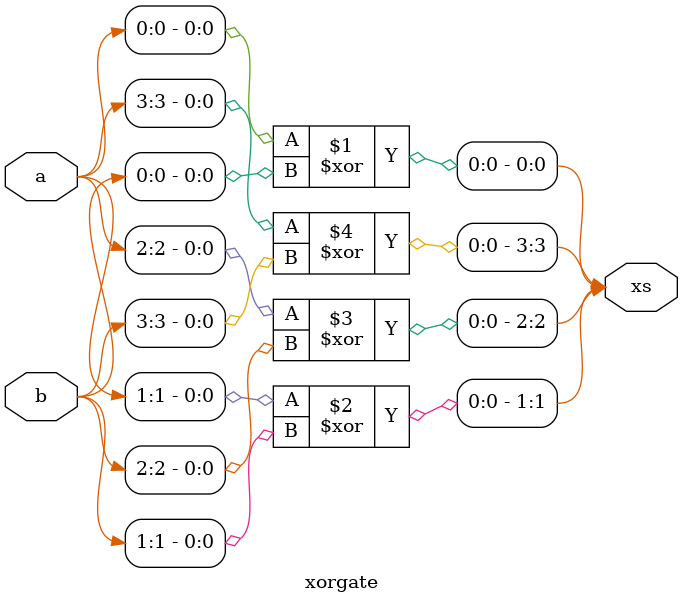
<source format=v>
`timescale 1ns / 1ps
module xorgate(a,b,xs);

input		[3:0]a;
input		[3:0]b;
output	[3:0]xs;

	xor	(xs[0],a[0],b[0]);
	xor	(xs[1],a[1],b[1]);
	xor	(xs[2],a[2],b[2]);
	xor	(xs[3],a[3],b[3]);

endmodule

</source>
